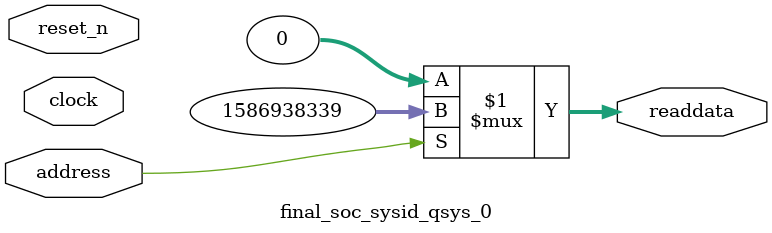
<source format=v>



// synthesis translate_off
`timescale 1ns / 1ps
// synthesis translate_on

// turn off superfluous verilog processor warnings 
// altera message_level Level1 
// altera message_off 10034 10035 10036 10037 10230 10240 10030 

module final_soc_sysid_qsys_0 (
               // inputs:
                address,
                clock,
                reset_n,

               // outputs:
                readdata
             )
;

  output  [ 31: 0] readdata;
  input            address;
  input            clock;
  input            reset_n;

  wire    [ 31: 0] readdata;
  //control_slave, which is an e_avalon_slave
  assign readdata = address ? 1586938339 : 0;

endmodule



</source>
